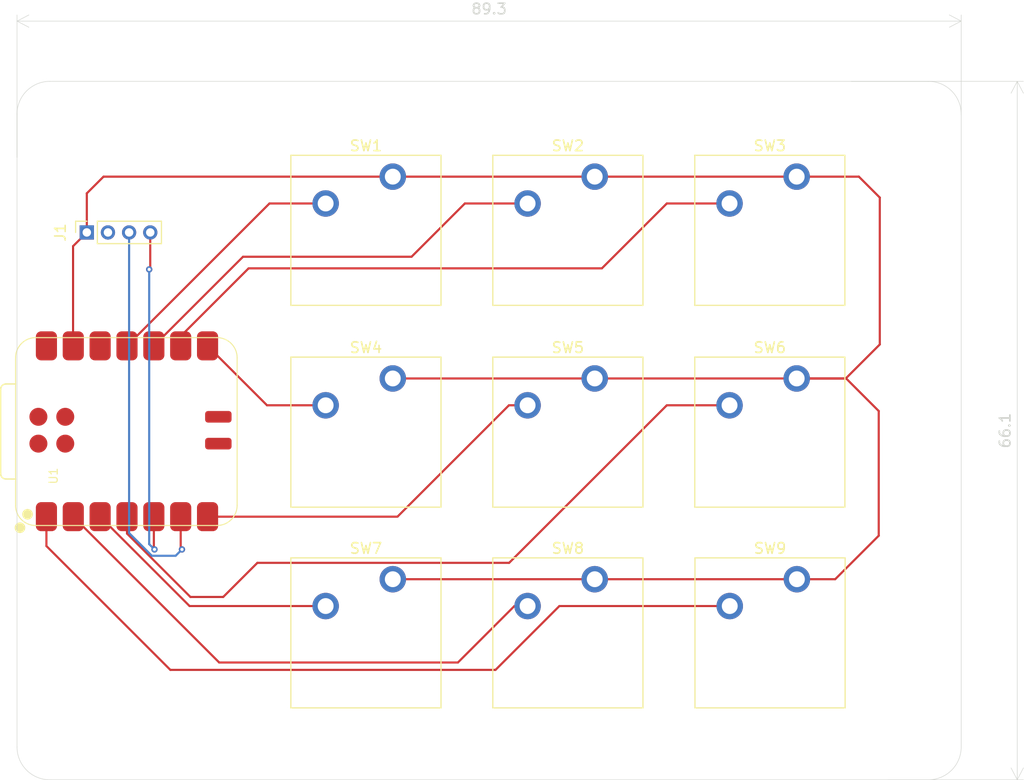
<source format=kicad_pcb>
(kicad_pcb (version 20241229) (generator "pcbnew") (generator_version "9.0")
  (layers (0 "F.Cu" signal) (2 "B.Cu" signal) (13 "F.Paste" user) (15 "B.Paste" user) (5 "F.SilkS" user "F.Silkscreen") (7 "B.SilkS" user "B.Silkscreen") (1 "F.Mask" user) (3 "B.Mask" user) (25 "Edge.Cuts" user))
  (net 0 "")
  (net 1 "Net-(J1-Pin_4)")
  (net 2 "Net-(J1-Pin_2)")
  (net 3 "Net-(J1-Pin_3)")
  (net 4 "GND")
  (net 5 "Net-(U1-GPIO3_D10_MOSI)")
  (net 6 "Net-(U1-GPIO4_D9_MISO)")
  (net 7 "Net-(U1-GPIO2_D8_SCK)")
  (net 8 "Net-(U1-GPIO1_D7_CSn_RX)")
  (net 9 "Net-(U1-GPIO0_D6_TX)")
  (net 10 "Net-(U1-GPIO29_A3_D3)")
  (net 11 "Net-(U1-GPIO28_A2_D2)")
  (net 12 "Net-(U1-GPIO27_A1_D1)")
  (net 13 "Net-(U1-GPIO26_A0_D0)")
  (footprint "PCM_Switch_Keyboard_Cherry_MX:SW_Cherry_MX_PCB_1.00u" (layer "F.Cu") (at 140.02 98.1)
    (property "Reference" "SW4" (at 0 -8 0) (layer "F.SilkS"))
    (property "Value" "Mx-Switch" (hide yes))
    (fp_line (start -7.1 -7.1) (end -7.1 7.1) (stroke (width 0.12)) (layer "F.SilkS"))
    (fp_line (start -7.1 7.1) (end 7.1 7.1) (stroke (width 0.12)) (layer "F.SilkS"))
    (fp_line (start 7.1 -7.1) (end -7.1 -7.1) (stroke (width 0.12)) (layer "F.SilkS"))
    (fp_line (start 7.1 7.1) (end 7.1 -7.1) (stroke (width 0.12)) (layer "F.SilkS"))
    (pad "" np_thru_hole circle (at -5.08 0) (size 1.75 1.75) (drill 1.75) (layers "*.Cu" "*.Mask"))
    (pad "" np_thru_hole circle (at 0 0) (size 4 4) (drill 4) (layers "*.Cu" "*.Mask"))
    (pad "" np_thru_hole circle (at 5.08 0) (size 1.75 1.75) (drill 1.75) (layers "*.Cu" "*.Mask"))
    (pad "1" thru_hole circle (at -3.81 -2.54) (size 2.5 2.5) (drill 1.5) (layers "*.Cu" "*.Mask") (net 8 "Net-(U1-GPIO1_D7_CSn_RX)"))
    (pad "2" thru_hole circle (at 2.54 -5.08) (size 2.5 2.5) (drill 1.5) (layers "*.Cu" "*.Mask") (net 4 "GND"))
  )
  (footprint "PCM_Switch_Keyboard_Cherry_MX:SW_Cherry_MX_PCB_1.00u" (layer "F.Cu") (at 140.02 79)
    (property "Reference" "SW1" (at 0 -8 0) (layer "F.SilkS"))
    (property "Value" "Mx-Switch" (hide yes))
    (fp_line (start -7.1 -7.1) (end -7.1 7.1) (stroke (width 0.12)) (layer "F.SilkS"))
    (fp_line (start -7.1 7.1) (end 7.1 7.1) (stroke (width 0.12)) (layer "F.SilkS"))
    (fp_line (start 7.1 -7.1) (end -7.1 -7.1) (stroke (width 0.12)) (layer "F.SilkS"))
    (fp_line (start 7.1 7.1) (end 7.1 -7.1) (stroke (width 0.12)) (layer "F.SilkS"))
    (pad "" np_thru_hole circle (at -5.08 0) (size 1.75 1.75) (drill 1.75) (layers "*.Cu" "*.Mask"))
    (pad "" np_thru_hole circle (at 0 0) (size 4 4) (drill 4) (layers "*.Cu" "*.Mask"))
    (pad "" np_thru_hole circle (at 5.08 0) (size 1.75 1.75) (drill 1.75) (layers "*.Cu" "*.Mask"))
    (pad "1" thru_hole circle (at -3.81 -2.54) (size 2.5 2.5) (drill 1.5) (layers "*.Cu" "*.Mask") (net 5 "Net-(U1-GPIO3_D10_MOSI)"))
    (pad "2" thru_hole circle (at 2.54 -5.08) (size 2.5 2.5) (drill 1.5) (layers "*.Cu" "*.Mask") (net 4 "GND"))
  )
  (footprint "MountingHole:MountingHole_3.2mm_M3_DIN965" (layer "F.Cu") (at 193.22 68)
    (property "Reference" "REF**" (hide yes))
    (property "Value" "MountingHole_3.2mm_M3_DIN965" (hide yes))
    (pad "" np_thru_hole circle (at 0 0) (size 3.2 3.2) (drill 3.2) (layers "*.Cu" "*.Mask"))
  )
  (footprint "Connector_PinSocket_2.00mm:PinSocket_1x04_P2.00mm_Vertical" (layer "F.Cu") (at 113.62 79.2 90)
    (property "Reference" "J1" (at 0 -2.5 90) (layer "F.SilkS"))
    (property "Value" "0.91 Oled Display")
    (fp_line (start 1.06 -1.06) (end 1.06 0) (stroke (width 0.12)) (layer "F.SilkS"))
    (fp_line (start 0 -1.06) (end 1.06 -1.06) (stroke (width 0.12)) (layer "F.SilkS"))
    (fp_line (start 1.06 1) (end 1.06 7.06) (stroke (width 0.12)) (layer "F.SilkS"))
    (fp_line (start -1.06 1) (end 1.06 1) (stroke (width 0.12)) (layer "F.SilkS"))
    (fp_line (start -1.06 1) (end -1.06 7.06) (stroke (width 0.12)) (layer "F.SilkS"))
    (fp_line (start -1.06 7.06) (end 1.06 7.06) (stroke (width 0.12)) (layer "F.SilkS"))
    (pad "1" thru_hole rect (at 0 0 90) (size 1.35 1.35) (drill 0.8) (layers "*.Cu" "*.Mask") (net 4 "GND"))
    (pad "2" thru_hole circle (at 0 2 90) (size 1.35 1.35) (drill 0.8) (layers "*.Cu" "*.Mask") (net 2 "Net-(J1-Pin_2)"))
    (pad "3" thru_hole circle (at 0 4 90) (size 1.35 1.35) (drill 0.8) (layers "*.Cu" "*.Mask") (net 3 "Net-(J1-Pin_3)"))
    (pad "4" thru_hole circle (at 0 6 90) (size 1.35 1.35) (drill 0.8) (layers "*.Cu" "*.Mask") (net 1 "Net-(J1-Pin_4)"))
  )
  (footprint "PCM_Switch_Keyboard_Cherry_MX:SW_Cherry_MX_PCB_1.00u" (layer "F.Cu") (at 140.02 117.1)
    (property "Reference" "SW7" (at 0 -8 0) (layer "F.SilkS"))
    (property "Value" "Mx-Switch" (hide yes))
    (fp_line (start -7.1 -7.1) (end -7.1 7.1) (stroke (width 0.12)) (layer "F.SilkS"))
    (fp_line (start -7.1 7.1) (end 7.1 7.1) (stroke (width 0.12)) (layer "F.SilkS"))
    (fp_line (start 7.1 -7.1) (end -7.1 -7.1) (stroke (width 0.12)) (layer "F.SilkS"))
    (fp_line (start 7.1 7.1) (end 7.1 -7.1) (stroke (width 0.12)) (layer "F.SilkS"))
    (pad "" np_thru_hole circle (at -5.08 0) (size 1.75 1.75) (drill 1.75) (layers "*.Cu" "*.Mask"))
    (pad "" np_thru_hole circle (at 0 0) (size 4 4) (drill 4) (layers "*.Cu" "*.Mask"))
    (pad "" np_thru_hole circle (at 5.08 0) (size 1.75 1.75) (drill 1.75) (layers "*.Cu" "*.Mask"))
    (pad "1" thru_hole circle (at -3.81 -2.54) (size 2.5 2.5) (drill 1.5) (layers "*.Cu" "*.Mask") (net 11 "Net-(U1-GPIO28_A2_D2)"))
    (pad "2" thru_hole circle (at 2.54 -5.08) (size 2.5 2.5) (drill 1.5) (layers "*.Cu" "*.Mask") (net 4 "GND"))
  )
  (footprint "PCM_Switch_Keyboard_Cherry_MX:SW_Cherry_MX_PCB_1.00u" (layer "F.Cu") (at 178.22 79)
    (property "Reference" "SW3" (at 0 -8 0) (layer "F.SilkS"))
    (property "Value" "Mx-Switch" (hide yes))
    (fp_line (start -7.1 -7.1) (end -7.1 7.1) (stroke (width 0.12)) (layer "F.SilkS"))
    (fp_line (start -7.1 7.1) (end 7.1 7.1) (stroke (width 0.12)) (layer "F.SilkS"))
    (fp_line (start 7.1 -7.1) (end -7.1 -7.1) (stroke (width 0.12)) (layer "F.SilkS"))
    (fp_line (start 7.1 7.1) (end 7.1 -7.1) (stroke (width 0.12)) (layer "F.SilkS"))
    (pad "" np_thru_hole circle (at -5.08 0) (size 1.75 1.75) (drill 1.75) (layers "*.Cu" "*.Mask"))
    (pad "" np_thru_hole circle (at 0 0) (size 4 4) (drill 4) (layers "*.Cu" "*.Mask"))
    (pad "" np_thru_hole circle (at 5.08 0) (size 1.75 1.75) (drill 1.75) (layers "*.Cu" "*.Mask"))
    (pad "1" thru_hole circle (at -3.81 -2.54) (size 2.5 2.5) (drill 1.5) (layers "*.Cu" "*.Mask") (net 7 "Net-(U1-GPIO2_D8_SCK)"))
    (pad "2" thru_hole circle (at 2.54 -5.08) (size 2.5 2.5) (drill 1.5) (layers "*.Cu" "*.Mask") (net 4 "GND"))
  )
  (footprint "MountingHole:MountingHole_3.2mm_M3_DIN965" (layer "F.Cu") (at 110.12 68)
    (property "Reference" "REF**" (hide yes))
    (property "Value" "MountingHole_3.2mm_M3_DIN965" (hide yes))
    (pad "" np_thru_hole circle (at 0 0) (size 3.2 3.2) (drill 3.2) (layers "*.Cu" "*.Mask"))
  )
  (footprint "PCM_Switch_Keyboard_Cherry_MX:SW_Cherry_MX_PCB_1.00u" (layer "F.Cu") (at 178.24 117.1)
    (property "Reference" "SW9" (at 0 -8 0) (layer "F.SilkS"))
    (property "Value" "Mx-Switch" (hide yes))
    (fp_line (start -7.1 -7.1) (end -7.1 7.1) (stroke (width 0.12)) (layer "F.SilkS"))
    (fp_line (start -7.1 7.1) (end 7.1 7.1) (stroke (width 0.12)) (layer "F.SilkS"))
    (fp_line (start 7.1 -7.1) (end -7.1 -7.1) (stroke (width 0.12)) (layer "F.SilkS"))
    (fp_line (start 7.1 7.1) (end 7.1 -7.1) (stroke (width 0.12)) (layer "F.SilkS"))
    (pad "" np_thru_hole circle (at -5.08 0) (size 1.75 1.75) (drill 1.75) (layers "*.Cu" "*.Mask"))
    (pad "" np_thru_hole circle (at 0 0) (size 4 4) (drill 4) (layers "*.Cu" "*.Mask"))
    (pad "" np_thru_hole circle (at 5.08 0) (size 1.75 1.75) (drill 1.75) (layers "*.Cu" "*.Mask"))
    (pad "1" thru_hole circle (at -3.81 -2.54) (size 2.5 2.5) (drill 1.5) (layers "*.Cu" "*.Mask") (net 13 "Net-(U1-GPIO26_A0_D0)"))
    (pad "2" thru_hole circle (at 2.54 -5.08) (size 2.5 2.5) (drill 1.5) (layers "*.Cu" "*.Mask") (net 4 "GND"))
  )
  (footprint "Seeed Studio XIAO Series Library:XIAO-RP2040-SMD" (layer "F.Cu") (at 117.42 98.1 90)
    (property "Reference" "U1" (at -5 -6.5 90) (layer "F.SilkS") (effects (font (size 0.78232 0.78232) (thickness 0.10668)) (justify left bottom)))
    (property "Value" "XIAO-RP2040-SMD")
    (fp_line (start -3.936272 -11.947) (end 4.059 -11.947) (stroke (width 0.127)) (layer "F.SilkS"))
    (fp_line (start 4.559 -11.447) (end 4.559 -10.537) (stroke (width 0.127)) (layer "F.SilkS"))
    (fp_line (start 7.04 -10.537) (end -6.93 -10.537) (stroke (width 0.1)) (layer "F.SilkS"))
    (fp_line (start -4.44 -10.537) (end -4.436272 -11.447272) (stroke (width 0.127)) (layer "F.SilkS"))
    (fp_line (start 8.945 8.513) (end 8.945 -8.632) (stroke (width 0.1)) (layer "F.SilkS"))
    (fp_line (start -8.835 8.513) (end -8.835 -8.632) (stroke (width 0.1)) (layer "F.SilkS"))
    (fp_line (start -6.93 10.418) (end 7.04 10.418) (stroke (width 0.1)) (layer "F.SilkS"))
    (fp_arc (start 4.059 -11.947) (mid 4.412553 -11.800553) (end 4.559 -11.447) (stroke (width 0.127)) (layer "F.SilkS"))
    (fp_arc (start -4.436272 -11.447272) (mid -4.289724 -11.800644) (end -3.936272 -11.947) (stroke (width 0.127)) (layer "F.SilkS"))
    (fp_arc (start 7.04 -10.537) (mid 8.387038 -9.979038) (end 8.945 -8.632) (stroke (width 0.1)) (layer "F.SilkS"))
    (fp_arc (start -8.835 -8.636) (mid -8.277038 -9.983038) (end -6.93 -10.541) (stroke (width 0.1)) (layer "F.SilkS"))
    (fp_arc (start 8.945 8.513) (mid 8.387038 9.860038) (end 7.04 10.418) (stroke (width 0.1)) (layer "F.SilkS"))
    (fp_arc (start -6.93 10.418) (mid -8.277038 9.860038) (end -8.835 8.513) (stroke (width 0.1)) (layer "F.SilkS"))
    (fp_circle (center -9.045 -10.121) (end -9.045 -10.375) (stroke (width 0.5)) (fill yes) (layer "F.SilkS"))
    (fp_circle (center -7.771 -9.404) (end -7.771 -9.658) (stroke (width 0.5)) (fill yes) (layer "F.SilkS"))
    (pad "1" smd roundrect (at -8 -7.62 90) (size 2.75 2) (layers "F.Cu" "F.Mask" "F.Paste") (net 13 "Net-(U1-GPIO26_A0_D0)"))
    (pad "2" smd roundrect (at -8 -5.08 90) (size 2.75 2) (layers "F.Cu" "F.Mask" "F.Paste") (net 12 "Net-(U1-GPIO27_A1_D1)"))
    (pad "3" smd roundrect (at -8 -2.54 90) (size 2.75 2) (layers "F.Cu" "F.Mask" "F.Paste") (net 11 "Net-(U1-GPIO28_A2_D2)"))
    (pad "4" smd roundrect (at -8 0 90) (size 2.75 2) (layers "F.Cu" "F.Mask" "F.Paste") (net 10 "Net-(U1-GPIO29_A3_D3)"))
    (pad "5" smd roundrect (at -8 2.54 90) (size 2.75 2) (layers "F.Cu" "F.Mask" "F.Paste") (net 1 "Net-(J1-Pin_4)"))
    (pad "6" smd roundrect (at -8 5.08 90) (size 2.75 2) (layers "F.Cu" "F.Mask" "F.Paste") (net 3 "Net-(J1-Pin_3)"))
    (pad "7" smd roundrect (at -8 7.62 90) (size 2.75 2) (layers "F.Cu" "F.Mask" "F.Paste") (net 9 "Net-(U1-GPIO0_D6_TX)"))
    (pad "8" smd roundrect (at 8.165 7.62 90) (size 2.75 2) (layers "F.Cu" "F.Mask" "F.Paste") (net 8 "Net-(U1-GPIO1_D7_CSn_RX)"))
    (pad "9" smd roundrect (at 8.165 5.08 90) (size 2.75 2) (layers "F.Cu" "F.Mask" "F.Paste") (net 7 "Net-(U1-GPIO2_D8_SCK)"))
    (pad "10" smd roundrect (at 8.165 2.54 90) (size 2.75 2) (layers "F.Cu" "F.Mask" "F.Paste") (net 6 "Net-(U1-GPIO4_D9_MISO)"))
    (pad "11" smd roundrect (at 8.165 0 90) (size 2.75 2) (layers "F.Cu" "F.Mask" "F.Paste") (net 5 "Net-(U1-GPIO3_D10_MOSI)"))
    (pad "12" smd roundrect (at 8.165 -2.54 90) (size 2.75 2) (layers "F.Cu" "F.Mask" "F.Paste"))
    (pad "13" smd roundrect (at 8.165 -5.08 90) (size 2.75 2) (layers "F.Cu" "F.Mask" "F.Paste") (net 4 "GND"))
    (pad "14" smd roundrect (at 8.165 -7.62 90) (size 2.75 2) (layers "F.Cu" "F.Mask" "F.Paste") (net 2 "Net-(J1-Pin_2)"))
    (pad "15" smd roundrect (at -1.088 8.64) (size 2.5 1.1) (layers "F.Cu" "F.Mask" "F.Paste"))
    (pad "16" smd roundrect (at 1.452 8.64) (size 2.5 1.1) (layers "F.Cu" "F.Mask" "F.Paste") (net 4 "GND"))
    (pad "17" smd circle (at -1.088 -8.378 90) (size 1.7 1.7) (layers "F.Cu" "F.Mask" "F.Paste"))
    (pad "18" smd circle (at 1.452 -8.378 90) (size 1.7 1.7) (layers "F.Cu" "F.Mask" "F.Paste"))
    (pad "19" smd circle (at -1.088 -5.838 90) (size 1.7 1.7) (layers "F.Cu" "F.Mask" "F.Paste"))
    (pad "20" smd circle (at 1.452 -5.838 90) (size 1.7 1.7) (layers "F.Cu" "F.Mask" "F.Paste") (net 4 "GND"))
  )
  (footprint "MountingHole:MountingHole_3.2mm_M3_DIN965" (layer "F.Cu") (at 110.12 127.9)
    (property "Reference" "REF**" (hide yes))
    (property "Value" "MountingHole_3.2mm_M3_DIN965" (hide yes))
    (pad "" np_thru_hole circle (at 0 0) (size 3.2 3.2) (drill 3.2) (layers "*.Cu" "*.Mask"))
  )
  (footprint "PCM_Switch_Keyboard_Cherry_MX:SW_Cherry_MX_PCB_1.00u" (layer "F.Cu") (at 159.12 98.1)
    (property "Reference" "SW5" (at 0 -8 0) (layer "F.SilkS"))
    (property "Value" "Mx-Switch" (hide yes))
    (fp_line (start -7.1 -7.1) (end -7.1 7.1) (stroke (width 0.12)) (layer "F.SilkS"))
    (fp_line (start -7.1 7.1) (end 7.1 7.1) (stroke (width 0.12)) (layer "F.SilkS"))
    (fp_line (start 7.1 -7.1) (end -7.1 -7.1) (stroke (width 0.12)) (layer "F.SilkS"))
    (fp_line (start 7.1 7.1) (end 7.1 -7.1) (stroke (width 0.12)) (layer "F.SilkS"))
    (pad "" np_thru_hole circle (at -5.08 0) (size 1.75 1.75) (drill 1.75) (layers "*.Cu" "*.Mask"))
    (pad "" np_thru_hole circle (at 0 0) (size 4 4) (drill 4) (layers "*.Cu" "*.Mask"))
    (pad "" np_thru_hole circle (at 5.08 0) (size 1.75 1.75) (drill 1.75) (layers "*.Cu" "*.Mask"))
    (pad "1" thru_hole circle (at -3.81 -2.54) (size 2.5 2.5) (drill 1.5) (layers "*.Cu" "*.Mask") (net 9 "Net-(U1-GPIO0_D6_TX)"))
    (pad "2" thru_hole circle (at 2.54 -5.08) (size 2.5 2.5) (drill 1.5) (layers "*.Cu" "*.Mask") (net 4 "GND"))
  )
  (footprint "PCM_Switch_Keyboard_Cherry_MX:SW_Cherry_MX_PCB_1.00u" (layer "F.Cu") (at 159.12 79)
    (property "Reference" "SW2" (at 0 -8 0) (layer "F.SilkS"))
    (property "Value" "Mx-Switch" (hide yes))
    (fp_line (start -7.1 -7.1) (end -7.1 7.1) (stroke (width 0.12)) (layer "F.SilkS"))
    (fp_line (start -7.1 7.1) (end 7.1 7.1) (stroke (width 0.12)) (layer "F.SilkS"))
    (fp_line (start 7.1 -7.1) (end -7.1 -7.1) (stroke (width 0.12)) (layer "F.SilkS"))
    (fp_line (start 7.1 7.1) (end 7.1 -7.1) (stroke (width 0.12)) (layer "F.SilkS"))
    (pad "" np_thru_hole circle (at -5.08 0) (size 1.75 1.75) (drill 1.75) (layers "*.Cu" "*.Mask"))
    (pad "" np_thru_hole circle (at 0 0) (size 4 4) (drill 4) (layers "*.Cu" "*.Mask"))
    (pad "" np_thru_hole circle (at 5.08 0) (size 1.75 1.75) (drill 1.75) (layers "*.Cu" "*.Mask"))
    (pad "1" thru_hole circle (at -3.81 -2.54) (size 2.5 2.5) (drill 1.5) (layers "*.Cu" "*.Mask") (net 6 "Net-(U1-GPIO4_D9_MISO)"))
    (pad "2" thru_hole circle (at 2.54 -5.08) (size 2.5 2.5) (drill 1.5) (layers "*.Cu" "*.Mask") (net 4 "GND"))
  )
  (footprint "PCM_Switch_Keyboard_Cherry_MX:SW_Cherry_MX_PCB_1.00u" (layer "F.Cu") (at 178.22 98.1)
    (property "Reference" "SW6" (at 0 -8 0) (layer "F.SilkS"))
    (property "Value" "Mx-Switch" (hide yes))
    (fp_line (start -7.1 -7.1) (end -7.1 7.1) (stroke (width 0.12)) (layer "F.SilkS"))
    (fp_line (start -7.1 7.1) (end 7.1 7.1) (stroke (width 0.12)) (layer "F.SilkS"))
    (fp_line (start 7.1 -7.1) (end -7.1 -7.1) (stroke (width 0.12)) (layer "F.SilkS"))
    (fp_line (start 7.1 7.1) (end 7.1 -7.1) (stroke (width 0.12)) (layer "F.SilkS"))
    (pad "" np_thru_hole circle (at -5.08 0) (size 1.75 1.75) (drill 1.75) (layers "*.Cu" "*.Mask"))
    (pad "" np_thru_hole circle (at 0 0) (size 4 4) (drill 4) (layers "*.Cu" "*.Mask"))
    (pad "" np_thru_hole circle (at 5.08 0) (size 1.75 1.75) (drill 1.75) (layers "*.Cu" "*.Mask"))
    (pad "1" thru_hole circle (at -3.81 -2.54) (size 2.5 2.5) (drill 1.5) (layers "*.Cu" "*.Mask") (net 10 "Net-(U1-GPIO29_A3_D3)"))
    (pad "2" thru_hole circle (at 2.54 -5.08) (size 2.5 2.5) (drill 1.5) (layers "*.Cu" "*.Mask") (net 4 "GND"))
  )
  (footprint "MountingHole:MountingHole_3.2mm_M3_DIN965" (layer "F.Cu") (at 193.22 127.9)
    (property "Reference" "REF**" (hide yes))
    (property "Value" "MountingHole_3.2mm_M3_DIN965" (hide yes))
    (pad "" np_thru_hole circle (at 0 0) (size 3.2 3.2) (drill 3.2) (layers "*.Cu" "*.Mask"))
  )
  (footprint "PCM_Switch_Keyboard_Cherry_MX:SW_Cherry_MX_PCB_1.00u" (layer "F.Cu") (at 159.12 117.1)
    (property "Reference" "SW8" (at 0 -8 0) (layer "F.SilkS"))
    (property "Value" "Mx-Switch" (hide yes))
    (fp_line (start -7.1 -7.1) (end -7.1 7.1) (stroke (width 0.12)) (layer "F.SilkS"))
    (fp_line (start -7.1 7.1) (end 7.1 7.1) (stroke (width 0.12)) (layer "F.SilkS"))
    (fp_line (start 7.1 -7.1) (end -7.1 -7.1) (stroke (width 0.12)) (layer "F.SilkS"))
    (fp_line (start 7.1 7.1) (end 7.1 -7.1) (stroke (width 0.12)) (layer "F.SilkS"))
    (pad "" np_thru_hole circle (at -5.08 0) (size 1.75 1.75) (drill 1.75) (layers "*.Cu" "*.Mask"))
    (pad "" np_thru_hole circle (at 0 0) (size 4 4) (drill 4) (layers "*.Cu" "*.Mask"))
    (pad "" np_thru_hole circle (at 5.08 0) (size 1.75 1.75) (drill 1.75) (layers "*.Cu" "*.Mask"))
    (pad "1" thru_hole circle (at -3.81 -2.54) (size 2.5 2.5) (drill 1.5) (layers "*.Cu" "*.Mask") (net 12 "Net-(U1-GPIO27_A1_D1)"))
    (pad "2" thru_hole circle (at 2.54 -5.08) (size 2.5 2.5) (drill 1.5) (layers "*.Cu" "*.Mask") (net 4 "GND"))
  )
  (gr_arc (start 196.32 127.9) (mid 195.412031 130.092031) (end 193.22 131) (stroke (width 0.05)) (layer "Edge.Cuts"))
  (gr_arc (start 110.12 131) (mid 107.927969 130.092031) (end 107.02 127.9) (stroke (width 0.05)) (layer "Edge.Cuts"))
  (gr_line (start 110.12 131) (end 193.22 131) (stroke (width 0.05)) (layer "Edge.Cuts"))
  (gr_line (start 196.32 127.9) (end 196.32 68) (stroke (width 0.05)) (layer "Edge.Cuts"))
  (gr_line (start 193.22 64.9) (end 110.12 64.9) (stroke (width 0.05)) (layer "Edge.Cuts"))
  (gr_arc (start 107.02 68) (mid 107.927969 65.807969) (end 110.12 64.9) (stroke (width 0.05)) (layer "Edge.Cuts"))
  (gr_arc (start 193.22 64.9) (mid 195.412031 65.807969) (end 196.32 68) (stroke (width 0.05)) (layer "Edge.Cuts"))
  (gr_line (start 107.02 68) (end 107.02 127.9) (stroke (width 0.05)) (layer "Edge.Cuts"))
  (dimension (type orthogonal) (layer "Edge.Cuts") (pts (xy 196.32 68.6) (xy 107.02 72.6)) (height -9.4) (orientation 0) (format (prefix "") (suffix "") (units 3) (units_format 0) (precision 4) (suppress_zeroes yes)) (style (thickness 0.05) (arrow_length 1.27) (text_position_mode 0) (arrow_direction outward) (extension_height 0.58642) (extension_offset 0.5) (keep_text_aligned yes)) (gr_text "89.3" (at 151.67 58.05 0) (layer "Edge.Cuts") (effects (font (size 1 1) (thickness 0.15)))))
  (dimension (type orthogonal) (layer "Edge.Cuts") (pts (xy 188.92 131) (xy 185.42 64.9)) (height 12.7) (orientation 1) (format (prefix "") (suffix "") (units 3) (units_format 0) (precision 4) (suppress_zeroes yes)) (style (thickness 0.05) (arrow_length 1.27) (text_position_mode 0) (arrow_direction outward) (extension_height 0.58642) (extension_offset 0.5) (keep_text_aligned yes)) (gr_text "66.1" (at 200.47 97.95 90) (layer "Edge.Cuts") (effects (font (size 1 1) (thickness 0.15)))))
  (segment (start 119.62 82.6) (end 119.52 82.7) (width 0.2) (layer "F.Cu") (net 1))
  (segment (start 120.02 109.2) (end 119.96 109.14) (width 0.2) (layer "F.Cu") (net 1))
  (segment (start 119.96 109.14) (end 119.96 106.1) (width 0.2) (layer "F.Cu") (net 1))
  (segment (start 119.62 79.2) (end 119.62 82.6) (width 0.2) (layer "F.Cu") (net 1))
  (via (at 119.52 82.7) (size 0.6) (drill 0.3) (layers "F.Cu" "B.Cu") (net 1))
  (via (at 120.02 109.2) (size 0.6) (drill 0.3) (layers "F.Cu" "B.Cu") (net 1))
  (segment (start 119.52 108.7) (end 120.02 109.2) (width 0.2) (layer "B.Cu") (net 1))
  (segment (start 119.52 82.7) (end 119.52 108.7) (width 0.2) (layer "B.Cu") (net 1))
  (segment (start 122.5 106.1) (end 122.5 109.08) (width 0.2) (layer "F.Cu") (net 3))
  (segment (start 122.5 109.08) (end 122.62 109.2) (width 0.2) (layer "F.Cu") (net 3))
  (via (at 122.62 109.2) (size 0.6) (drill 0.3) (layers "F.Cu" "B.Cu") (net 3))
  (segment (start 117.62 107.649943) (end 117.62 79.2) (width 0.2) (layer "B.Cu") (net 3))
  (segment (start 119.771057 109.801) (end 117.62 107.649943) (width 0.2) (layer "B.Cu") (net 3))
  (segment (start 122.62 109.2) (end 122.019 109.801) (width 0.2) (layer "B.Cu") (net 3))
  (segment (start 122.019 109.801) (end 119.771057 109.801) (width 0.2) (layer "B.Cu") (net 3))
  (segment (start 112.32 80.5) (end 112.32 89.915) (width 0.2) (layer "F.Cu") (net 4))
  (segment (start 180.76 93.02) (end 161.66 93.02) (width 0.2) (layer "F.Cu") (net 4))
  (segment (start 113.62 75.5) (end 113.62 79.2) (width 0.2) (layer "F.Cu") (net 4))
  (segment (start 184.4 112.02) (end 180.78 112.02) (width 0.2) (layer "F.Cu") (net 4))
  (segment (start 180.76 93.02) (end 185.44 93.02) (width 0.2) (layer "F.Cu") (net 4))
  (segment (start 185.4 93.02) (end 180.76 93.02) (width 0.2) (layer "F.Cu") (net 4))
  (segment (start 180.76 73.92) (end 186.64 73.92) (width 0.2) (layer "F.Cu") (net 4))
  (segment (start 115.2 73.92) (end 113.62 75.5) (width 0.2) (layer "F.Cu") (net 4))
  (segment (start 188.52 107.9) (end 184.4 112.02) (width 0.2) (layer "F.Cu") (net 4))
  (segment (start 112.32 89.915) (end 112.34 89.935) (width 0.2) (layer "F.Cu") (net 4))
  (segment (start 188.62 89.8) (end 185.4 93.02) (width 0.2) (layer "F.Cu") (net 4))
  (segment (start 188.52 96.1) (end 188.52 107.9) (width 0.2) (layer "F.Cu") (net 4))
  (segment (start 142.56 112.02) (end 161.66 112.02) (width 0.2) (layer "F.Cu") (net 4))
  (segment (start 161.66 112.02) (end 180.78 112.02) (width 0.2) (layer "F.Cu") (net 4))
  (segment (start 161.66 93.02) (end 142.56 93.02) (width 0.2) (layer "F.Cu") (net 4))
  (segment (start 161.66 73.92) (end 180.76 73.92) (width 0.2) (layer "F.Cu") (net 4))
  (segment (start 188.62 75.9) (end 188.62 89.8) (width 0.2) (layer "F.Cu") (net 4))
  (segment (start 142.56 73.92) (end 161.66 73.92) (width 0.2) (layer "F.Cu") (net 4))
  (segment (start 142.56 73.92) (end 115.2 73.92) (width 0.2) (layer "F.Cu") (net 4))
  (segment (start 185.44 93.02) (end 188.52 96.1) (width 0.2) (layer "F.Cu") (net 4))
  (segment (start 186.64 73.92) (end 188.62 75.9) (width 0.2) (layer "F.Cu") (net 4))
  (segment (start 113.62 79.2) (end 112.32 80.5) (width 0.2) (layer "F.Cu") (net 4))
  (segment (start 117.42 89.935) (end 130.895 76.46) (width 0.2) (layer "F.Cu") (net 5))
  (segment (start 130.895 76.46) (end 136.21 76.46) (width 0.2) (layer "F.Cu") (net 5))
  (segment (start 149.373826 76.46) (end 144.333826 81.5) (width 0.2) (layer "F.Cu") (net 6))
  (segment (start 155.31 76.46) (end 149.373826 76.46) (width 0.2) (layer "F.Cu") (net 6))
  (segment (start 144.333826 81.5) (end 128.395 81.5) (width 0.2) (layer "F.Cu") (net 6))
  (segment (start 128.395 81.5) (end 119.96 89.935) (width 0.2) (layer "F.Cu") (net 6))
  (segment (start 168.473826 76.46) (end 162.333826 82.6) (width 0.2) (layer "F.Cu") (net 7))
  (segment (start 122.5 89.02) (end 122.5 89.935) (width 0.2) (layer "F.Cu") (net 7))
  (segment (start 128.92 82.6) (end 122.5 89.02) (width 0.2) (layer "F.Cu") (net 7))
  (segment (start 174.41 76.46) (end 168.473826 76.46) (width 0.2) (layer "F.Cu") (net 7))
  (segment (start 162.333826 82.6) (end 128.92 82.6) (width 0.2) (layer "F.Cu") (net 7))
  (segment (start 136.21 95.56) (end 130.665 95.56) (width 0.2) (layer "F.Cu") (net 8))
  (segment (start 130.665 95.56) (end 125.04 89.935) (width 0.2) (layer "F.Cu") (net 8))
  (segment (start 155.31 95.56) (end 153.542234 95.56) (width 0.2) (layer "F.Cu") (net 9))
  (segment (start 143.002234 106.1) (end 125.04 106.1) (width 0.2) (layer "F.Cu") (net 9))
  (segment (start 153.542234 95.56) (end 143.002234 106.1) (width 0.2) (layer "F.Cu") (net 9))
  (segment (start 126.52 113.7) (end 123.42 113.7) (width 0.2) (layer "F.Cu") (net 10))
  (segment (start 174.41 95.56) (end 168.473826 95.56) (width 0.2) (layer "F.Cu") (net 10))
  (segment (start 129.751 110.469) (end 126.52 113.7) (width 0.2) (layer "F.Cu") (net 10))
  (segment (start 123.42 113.7) (end 117.42 107.7) (width 0.2) (layer "F.Cu") (net 10))
  (segment (start 168.473826 95.56) (end 153.564826 110.469) (width 0.2) (layer "F.Cu") (net 10))
  (segment (start 117.42 107.7) (end 117.42 106.1) (width 0.2) (layer "F.Cu") (net 10))
  (segment (start 153.564826 110.469) (end 129.751 110.469) (width 0.2) (layer "F.Cu") (net 10))
  (segment (start 123.34 114.56) (end 114.88 106.1) (width 0.2) (layer "F.Cu") (net 11))
  (segment (start 136.21 114.56) (end 123.34 114.56) (width 0.2) (layer "F.Cu") (net 11))
  (segment (start 126.14 119.9) (end 112.34 106.1) (width 0.2) (layer "F.Cu") (net 12))
  (segment (start 154.06 114.56) (end 148.72 119.9) (width 0.2) (layer "F.Cu") (net 12))
  (segment (start 148.72 119.9) (end 126.14 119.9) (width 0.2) (layer "F.Cu") (net 12))
  (segment (start 155.31 114.56) (end 154.06 114.56) (width 0.2) (layer "F.Cu") (net 12))
  (segment (start 158.313826 114.56) (end 152.273826 120.6) (width 0.2) (layer "F.Cu") (net 13))
  (segment (start 121.52 120.6) (end 109.8 108.88) (width 0.2) (layer "F.Cu") (net 13))
  (segment (start 109.8 108.88) (end 109.8 106.1) (width 0.2) (layer "F.Cu") (net 13))
  (segment (start 152.273826 120.6) (end 121.52 120.6) (width 0.2) (layer "F.Cu") (net 13))
  (segment (start 174.43 114.56) (end 158.313826 114.56) (width 0.2) (layer "F.Cu") (net 13))
)
</source>
